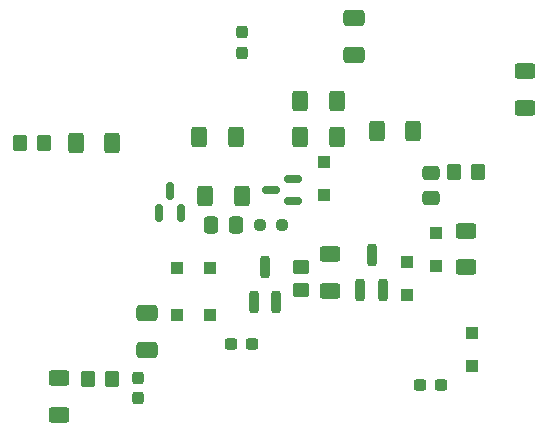
<source format=gtp>
%TF.GenerationSoftware,KiCad,Pcbnew,9.0.1*%
%TF.CreationDate,2025-05-12T16:26:17+02:00*%
%TF.ProjectId,Verst_rker,56657273-74e4-4726-9b65-722e6b696361,1*%
%TF.SameCoordinates,Original*%
%TF.FileFunction,Paste,Top*%
%TF.FilePolarity,Positive*%
%FSLAX46Y46*%
G04 Gerber Fmt 4.6, Leading zero omitted, Abs format (unit mm)*
G04 Created by KiCad (PCBNEW 9.0.1) date 2025-05-12 16:26:17*
%MOMM*%
%LPD*%
G01*
G04 APERTURE LIST*
G04 Aperture macros list*
%AMRoundRect*
0 Rectangle with rounded corners*
0 $1 Rounding radius*
0 $2 $3 $4 $5 $6 $7 $8 $9 X,Y pos of 4 corners*
0 Add a 4 corners polygon primitive as box body*
4,1,4,$2,$3,$4,$5,$6,$7,$8,$9,$2,$3,0*
0 Add four circle primitives for the rounded corners*
1,1,$1+$1,$2,$3*
1,1,$1+$1,$4,$5*
1,1,$1+$1,$6,$7*
1,1,$1+$1,$8,$9*
0 Add four rect primitives between the rounded corners*
20,1,$1+$1,$2,$3,$4,$5,0*
20,1,$1+$1,$4,$5,$6,$7,0*
20,1,$1+$1,$6,$7,$8,$9,0*
20,1,$1+$1,$8,$9,$2,$3,0*%
G04 Aperture macros list end*
%ADD10RoundRect,0.250000X-0.400000X-0.625000X0.400000X-0.625000X0.400000X0.625000X-0.400000X0.625000X0*%
%ADD11RoundRect,0.250000X0.650000X-0.412500X0.650000X0.412500X-0.650000X0.412500X-0.650000X-0.412500X0*%
%ADD12RoundRect,0.250000X-0.350000X-0.450000X0.350000X-0.450000X0.350000X0.450000X-0.350000X0.450000X0*%
%ADD13RoundRect,0.250000X-0.625000X0.400000X-0.625000X-0.400000X0.625000X-0.400000X0.625000X0.400000X0*%
%ADD14RoundRect,0.250000X-0.300000X0.300000X-0.300000X-0.300000X0.300000X-0.300000X0.300000X0.300000X0*%
%ADD15RoundRect,0.200000X0.200000X-0.750000X0.200000X0.750000X-0.200000X0.750000X-0.200000X-0.750000X0*%
%ADD16RoundRect,0.150000X0.587500X0.150000X-0.587500X0.150000X-0.587500X-0.150000X0.587500X-0.150000X0*%
%ADD17RoundRect,0.250000X-0.475000X0.337500X-0.475000X-0.337500X0.475000X-0.337500X0.475000X0.337500X0*%
%ADD18RoundRect,0.250000X-0.650000X0.412500X-0.650000X-0.412500X0.650000X-0.412500X0.650000X0.412500X0*%
%ADD19RoundRect,0.250000X0.400000X0.625000X-0.400000X0.625000X-0.400000X-0.625000X0.400000X-0.625000X0*%
%ADD20RoundRect,0.250000X0.350000X0.450000X-0.350000X0.450000X-0.350000X-0.450000X0.350000X-0.450000X0*%
%ADD21RoundRect,0.250000X0.337500X0.475000X-0.337500X0.475000X-0.337500X-0.475000X0.337500X-0.475000X0*%
%ADD22RoundRect,0.250000X0.300000X-0.300000X0.300000X0.300000X-0.300000X0.300000X-0.300000X-0.300000X0*%
%ADD23RoundRect,0.250000X-0.300000X-0.300000X0.300000X-0.300000X0.300000X0.300000X-0.300000X0.300000X0*%
%ADD24RoundRect,0.237500X-0.237500X0.300000X-0.237500X-0.300000X0.237500X-0.300000X0.237500X0.300000X0*%
%ADD25RoundRect,0.237500X0.237500X-0.300000X0.237500X0.300000X-0.237500X0.300000X-0.237500X-0.300000X0*%
%ADD26RoundRect,0.150000X0.150000X-0.587500X0.150000X0.587500X-0.150000X0.587500X-0.150000X-0.587500X0*%
%ADD27RoundRect,0.237500X0.300000X0.237500X-0.300000X0.237500X-0.300000X-0.237500X0.300000X-0.237500X0*%
%ADD28RoundRect,0.237500X0.250000X0.237500X-0.250000X0.237500X-0.250000X-0.237500X0.250000X-0.237500X0*%
%ADD29RoundRect,0.250000X0.300000X0.300000X-0.300000X0.300000X-0.300000X-0.300000X0.300000X-0.300000X0*%
%ADD30RoundRect,0.250000X0.450000X-0.350000X0.450000X0.350000X-0.450000X0.350000X-0.450000X-0.350000X0*%
%ADD31RoundRect,0.250000X0.625000X-0.400000X0.625000X0.400000X-0.625000X0.400000X-0.625000X-0.400000X0*%
G04 APERTURE END LIST*
D10*
X77900000Y-83000000D03*
X81000000Y-83000000D03*
D11*
X73000000Y-96062500D03*
X73000000Y-92937500D03*
D12*
X68000000Y-98500000D03*
X70000000Y-98500000D03*
D13*
X88500000Y-87950000D03*
X88500000Y-91050000D03*
D14*
X97500000Y-86100000D03*
X97500000Y-88900000D03*
D15*
X82050000Y-92000000D03*
X83950000Y-92000000D03*
X83000000Y-89000000D03*
D16*
X85387500Y-83450000D03*
X85387500Y-81550000D03*
X83512500Y-82500000D03*
D17*
X97000000Y-81062500D03*
X97000000Y-83137500D03*
D18*
X90500000Y-67937500D03*
X90500000Y-71062500D03*
D19*
X80500000Y-78000000D03*
X77400000Y-78000000D03*
D13*
X100000000Y-85950000D03*
X100000000Y-89050000D03*
D20*
X64250000Y-78500000D03*
X62250000Y-78500000D03*
D21*
X80487500Y-85500000D03*
X78412500Y-85500000D03*
D22*
X100500000Y-97400000D03*
X100500000Y-94600000D03*
D23*
X75515057Y-93074827D03*
X78315057Y-93074827D03*
D24*
X81000000Y-69137500D03*
X81000000Y-70862500D03*
D12*
X99000000Y-81000000D03*
X101000000Y-81000000D03*
D25*
X72223900Y-100112500D03*
X72223900Y-98387500D03*
D26*
X74000000Y-84437500D03*
X75900000Y-84437500D03*
X74950000Y-82562500D03*
D27*
X97870000Y-98995000D03*
X96145000Y-98995000D03*
D28*
X84412500Y-85500000D03*
X82587500Y-85500000D03*
D10*
X85950000Y-78000000D03*
X89050000Y-78000000D03*
D15*
X91050000Y-91000000D03*
X92950000Y-91000000D03*
X92000000Y-88000000D03*
D10*
X92450000Y-77500000D03*
X95550000Y-77500000D03*
D27*
X81862500Y-95500000D03*
X80137500Y-95500000D03*
D22*
X88000000Y-82900000D03*
X88000000Y-80100000D03*
D29*
X78315057Y-89074827D03*
X75515057Y-89074827D03*
D30*
X86000000Y-91000000D03*
X86000000Y-89000000D03*
D19*
X70050000Y-78500000D03*
X66950000Y-78500000D03*
D13*
X105000000Y-72450000D03*
X105000000Y-75550000D03*
D31*
X65500000Y-101550000D03*
X65500000Y-98450000D03*
D10*
X85950000Y-75000000D03*
X89050000Y-75000000D03*
D14*
X95000000Y-88600000D03*
X95000000Y-91400000D03*
M02*

</source>
